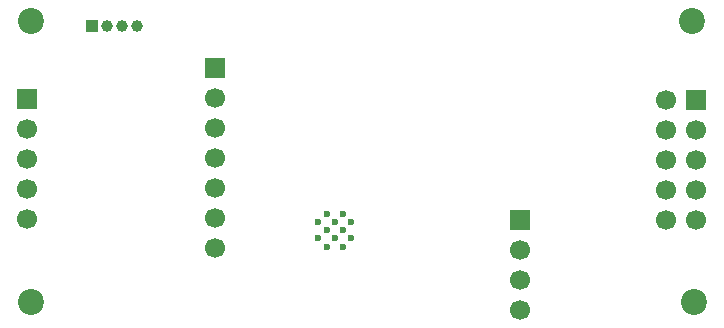
<source format=gbr>
%TF.GenerationSoftware,KiCad,Pcbnew,9.0.6*%
%TF.CreationDate,2025-12-21T22:24:18+01:00*%
%TF.ProjectId,drone_v2,64726f6e-655f-4763-922e-6b696361645f,rev?*%
%TF.SameCoordinates,Original*%
%TF.FileFunction,Soldermask,Top*%
%TF.FilePolarity,Negative*%
%FSLAX46Y46*%
G04 Gerber Fmt 4.6, Leading zero omitted, Abs format (unit mm)*
G04 Created by KiCad (PCBNEW 9.0.6) date 2025-12-21 22:24:18*
%MOMM*%
%LPD*%
G01*
G04 APERTURE LIST*
%ADD10C,2.200000*%
%ADD11R,1.700000X1.700000*%
%ADD12C,1.700000*%
%ADD13C,0.600000*%
%ADD14R,1.000000X1.000000*%
%ADD15C,1.000000*%
G04 APERTURE END LIST*
D10*
%TO.C,H4*%
X194225000Y-72250000D03*
%TD*%
%TO.C,H3*%
X138125000Y-72250000D03*
%TD*%
%TO.C,H2*%
X138075000Y-48425000D03*
%TD*%
%TO.C,H1*%
X194075000Y-48475000D03*
%TD*%
D11*
%TO.C,J1*%
X153700000Y-52380000D03*
D12*
X153700000Y-54920000D03*
X153700000Y-57460000D03*
X153700000Y-60000000D03*
X153700000Y-62540000D03*
X153700000Y-65080000D03*
X153700000Y-67620000D03*
%TD*%
D11*
%TO.C,J4*%
X137800000Y-55070000D03*
D12*
X137800000Y-57610000D03*
X137800000Y-60150000D03*
X137800000Y-62690000D03*
X137800000Y-65230000D03*
%TD*%
D11*
%TO.C,J6*%
X194440000Y-55160000D03*
D12*
X191900000Y-55160000D03*
X194440000Y-57700000D03*
X191900000Y-57700000D03*
X194440000Y-60240000D03*
X191900000Y-60240000D03*
X194440000Y-62780000D03*
X191900000Y-62780000D03*
X194440000Y-65320000D03*
X191900000Y-65320000D03*
%TD*%
D13*
%TO.C,U1*%
X162450000Y-65450000D03*
X162450000Y-66850000D03*
X163150000Y-64750000D03*
X163150000Y-66150000D03*
X163150000Y-67550000D03*
X163850000Y-65450000D03*
X163850000Y-66850000D03*
X164550000Y-64750000D03*
X164550000Y-66150000D03*
X164550000Y-67550000D03*
X165250000Y-65450000D03*
X165250000Y-66850000D03*
%TD*%
D14*
%TO.C,J3*%
X143250000Y-48825000D03*
D15*
X144520000Y-48825000D03*
X145790000Y-48825000D03*
X147060000Y-48825000D03*
%TD*%
D11*
%TO.C,J5*%
X179525000Y-65300000D03*
D12*
X179525000Y-67840000D03*
X179525000Y-70380000D03*
X179525000Y-72920000D03*
%TD*%
M02*

</source>
